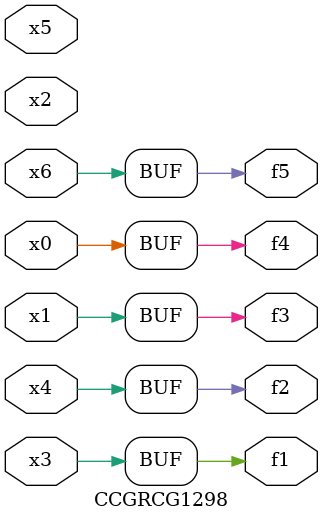
<source format=v>
module CCGRCG1298(
	input x0, x1, x2, x3, x4, x5, x6,
	output f1, f2, f3, f4, f5
);
	assign f1 = x3;
	assign f2 = x4;
	assign f3 = x1;
	assign f4 = x0;
	assign f5 = x6;
endmodule

</source>
